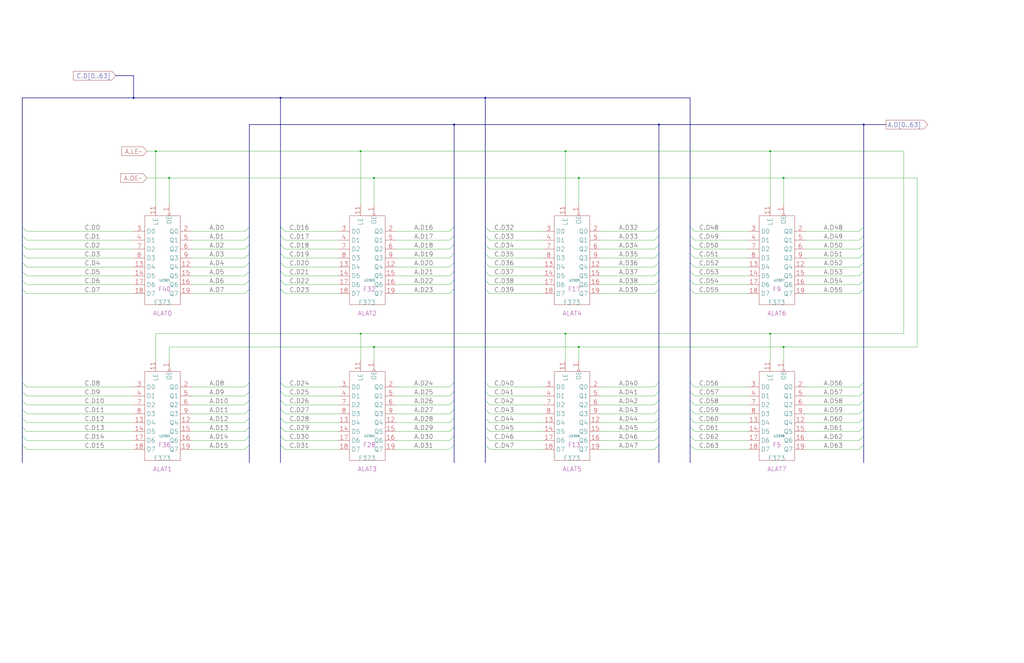
<source format=kicad_sch>
(kicad_sch (version 20250114) (generator "eeschema") (generator_version "9.0")
  (paper "User" 584.2 378.46)
  (title_block (title "A LATCH") (date "15-MAR-90") (rev "1.0") (comment 1 "TYPE") (comment 2 "232-003062") (comment 3 "S400") (comment 4 "RELEASED"))
  (lib_symbols
    (symbol "r1000:F373" (pin_names (offset 1.016))
      (property "Reference" "U" (at 2.54 5.08 0))
      (property "Value" "F373" (at -3.81 -7.62 0))
      (property "Location" "___" (at -1.27 0 0))
      (property "Name" "______" (at 1.27 -15.24 0))
      (symbol "F373_1_1"
        (rectangle (start -8.89 41.91) (end 11.43 -8.89))
        (circle (center 5.08 42.545) (radius 0.635))
        (pin input line (at -15.24 33.02 0) (length 6.35) (name "D0") (number "3"))
        (pin input line (at -15.24 27.94 0) (length 6.35) (name "D1") (number "4"))
        (pin input line (at -15.24 22.86 0) (length 6.35) (name "D2") (number "7"))
        (pin input line (at -15.24 17.78 0) (length 6.35) (name "D3") (number "8"))
        (pin input line (at -15.24 12.7 0) (length 6.35) (name "D4") (number "13"))
        (pin input line (at -15.24 7.62 0) (length 6.35) (name "D5") (number "14"))
        (pin input line (at -15.24 2.54 0) (length 6.35) (name "D6") (number "17"))
        (pin input line (at -15.24 -2.54 0) (length 6.35) (name "D7") (number "18"))
        (pin input line (at -2.54 48.26 270) (length 6.35) (name "LE") (number "11"))
        (pin input line (at 5.08 48.26 270) (length 5.08) (name "OE") (number "1"))
        (pin tri_state line (at 17.78 33.02 180) (length 6.35) (name "Q0") (number "2"))
        (pin tri_state line (at 17.78 27.94 180) (length 6.35) (name "Q1") (number "5"))
        (pin tri_state line (at 17.78 22.86 180) (length 6.35) (name "Q2") (number "6"))
        (pin tri_state line (at 17.78 17.78 180) (length 6.35) (name "Q3") (number "9"))
        (pin tri_state line (at 17.78 12.7 180) (length 6.35) (name "Q4") (number "12"))
        (pin tri_state line (at 17.78 7.62 180) (length 6.35) (name "Q5") (number "15"))
        (pin tri_state line (at 17.78 2.54 180) (length 6.35) (name "Q6") (number "16"))
        (pin tri_state line (at 17.78 -2.54 180) (length 6.35) (name "Q7") (number "19"))
      )
    )
  )
  (junction (at 213.36 198.12))
  (junction (at 439.42 86.36))
  (junction (at 205.74 190.5))
  (junction (at 76.2 55.88))
  (junction (at 375.92 71.12))
  (junction (at 276.86 55.88))
  (junction (at 447.04 101.6))
  (junction (at 447.04 198.12))
  (junction (at 330.2 101.6))
  (junction (at 88.9 86.36))
  (junction (at 322.58 86.36))
  (junction (at 96.52 101.6))
  (junction (at 259.08 71.12))
  (junction (at 160.02 55.88))
  (junction (at 205.74 86.36))
  (junction (at 330.2 198.12))
  (junction (at 439.42 190.5))
  (junction (at 492.76 71.12))
  (junction (at 213.36 101.6))
  (junction (at 322.58 190.5))
  (bus_entry (at 160.02 238.76) (size 2.54 2.54))
  (bus_entry (at 393.7 134.62) (size 2.54 2.54))
  (bus_entry (at 160.02 139.7) (size 2.54 2.54))
  (bus_entry (at 492.76 129.54) (size -2.54 2.54))
  (bus_entry (at 393.7 223.52) (size 2.54 2.54))
  (bus_entry (at 393.7 238.76) (size 2.54 2.54))
  (bus_entry (at 160.02 223.52) (size 2.54 2.54))
  (bus_entry (at 12.7 248.92) (size 2.54 2.54))
  (bus_entry (at 142.24 154.94) (size -2.54 2.54))
  (bus_entry (at 492.76 149.86) (size -2.54 2.54))
  (bus_entry (at 375.92 254) (size -2.54 2.54))
  (bus_entry (at 142.24 139.7) (size -2.54 2.54))
  (bus_entry (at 393.7 144.78) (size 2.54 2.54))
  (bus_entry (at 142.24 160.02) (size -2.54 2.54))
  (bus_entry (at 12.7 144.78) (size 2.54 2.54))
  (bus_entry (at 259.08 129.54) (size -2.54 2.54))
  (bus_entry (at 259.08 160.02) (size -2.54 2.54))
  (bus_entry (at 393.7 218.44) (size 2.54 2.54))
  (bus_entry (at 259.08 243.84) (size -2.54 2.54))
  (bus_entry (at 492.76 218.44) (size -2.54 2.54))
  (bus_entry (at 142.24 149.86) (size -2.54 2.54))
  (bus_entry (at 492.76 238.76) (size -2.54 2.54))
  (bus_entry (at 259.08 248.92) (size -2.54 2.54))
  (bus_entry (at 276.86 144.78) (size 2.54 2.54))
  (bus_entry (at 12.7 129.54) (size 2.54 2.54))
  (bus_entry (at 160.02 129.54) (size 2.54 2.54))
  (bus_entry (at 259.08 238.76) (size -2.54 2.54))
  (bus_entry (at 142.24 243.84) (size -2.54 2.54))
  (bus_entry (at 276.86 129.54) (size 2.54 2.54))
  (bus_entry (at 375.92 218.44) (size -2.54 2.54))
  (bus_entry (at 276.86 165.1) (size 2.54 2.54))
  (bus_entry (at 276.86 228.6) (size 2.54 2.54))
  (bus_entry (at 259.08 134.62) (size -2.54 2.54))
  (bus_entry (at 142.24 233.68) (size -2.54 2.54))
  (bus_entry (at 492.76 248.92) (size -2.54 2.54))
  (bus_entry (at 259.08 228.6) (size -2.54 2.54))
  (bus_entry (at 142.24 238.76) (size -2.54 2.54))
  (bus_entry (at 276.86 154.94) (size 2.54 2.54))
  (bus_entry (at 12.7 223.52) (size 2.54 2.54))
  (bus_entry (at 276.86 134.62) (size 2.54 2.54))
  (bus_entry (at 276.86 254) (size 2.54 2.54))
  (bus_entry (at 276.86 233.68) (size 2.54 2.54))
  (bus_entry (at 492.76 134.62) (size -2.54 2.54))
  (bus_entry (at 12.7 218.44) (size 2.54 2.54))
  (bus_entry (at 375.92 238.76) (size -2.54 2.54))
  (bus_entry (at 12.7 243.84) (size 2.54 2.54))
  (bus_entry (at 375.92 149.86) (size -2.54 2.54))
  (bus_entry (at 142.24 254) (size -2.54 2.54))
  (bus_entry (at 492.76 165.1) (size -2.54 2.54))
  (bus_entry (at 393.7 233.68) (size 2.54 2.54))
  (bus_entry (at 12.7 134.62) (size 2.54 2.54))
  (bus_entry (at 393.7 160.02) (size 2.54 2.54))
  (bus_entry (at 375.92 134.62) (size -2.54 2.54))
  (bus_entry (at 12.7 149.86) (size 2.54 2.54))
  (bus_entry (at 492.76 243.84) (size -2.54 2.54))
  (bus_entry (at 160.02 218.44) (size 2.54 2.54))
  (bus_entry (at 276.86 248.92) (size 2.54 2.54))
  (bus_entry (at 375.92 160.02) (size -2.54 2.54))
  (bus_entry (at 492.76 228.6) (size -2.54 2.54))
  (bus_entry (at 393.7 228.6) (size 2.54 2.54))
  (bus_entry (at 492.76 144.78) (size -2.54 2.54))
  (bus_entry (at 375.92 228.6) (size -2.54 2.54))
  (bus_entry (at 375.92 144.78) (size -2.54 2.54))
  (bus_entry (at 12.7 160.02) (size 2.54 2.54))
  (bus_entry (at 492.76 254) (size -2.54 2.54))
  (bus_entry (at 276.86 139.7) (size 2.54 2.54))
  (bus_entry (at 393.7 154.94) (size 2.54 2.54))
  (bus_entry (at 276.86 223.52) (size 2.54 2.54))
  (bus_entry (at 276.86 218.44) (size 2.54 2.54))
  (bus_entry (at 12.7 254) (size 2.54 2.54))
  (bus_entry (at 375.92 243.84) (size -2.54 2.54))
  (bus_entry (at 160.02 134.62) (size 2.54 2.54))
  (bus_entry (at 393.7 243.84) (size 2.54 2.54))
  (bus_entry (at 492.76 139.7) (size -2.54 2.54))
  (bus_entry (at 492.76 233.68) (size -2.54 2.54))
  (bus_entry (at 142.24 228.6) (size -2.54 2.54))
  (bus_entry (at 259.08 165.1) (size -2.54 2.54))
  (bus_entry (at 142.24 248.92) (size -2.54 2.54))
  (bus_entry (at 276.86 238.76) (size 2.54 2.54))
  (bus_entry (at 160.02 254) (size 2.54 2.54))
  (bus_entry (at 12.7 228.6) (size 2.54 2.54))
  (bus_entry (at 393.7 248.92) (size 2.54 2.54))
  (bus_entry (at 12.7 233.68) (size 2.54 2.54))
  (bus_entry (at 259.08 139.7) (size -2.54 2.54))
  (bus_entry (at 259.08 154.94) (size -2.54 2.54))
  (bus_entry (at 492.76 154.94) (size -2.54 2.54))
  (bus_entry (at 259.08 254) (size -2.54 2.54))
  (bus_entry (at 393.7 165.1) (size 2.54 2.54))
  (bus_entry (at 259.08 233.68) (size -2.54 2.54))
  (bus_entry (at 276.86 160.02) (size 2.54 2.54))
  (bus_entry (at 12.7 154.94) (size 2.54 2.54))
  (bus_entry (at 142.24 144.78) (size -2.54 2.54))
  (bus_entry (at 375.92 139.7) (size -2.54 2.54))
  (bus_entry (at 160.02 154.94) (size 2.54 2.54))
  (bus_entry (at 12.7 139.7) (size 2.54 2.54))
  (bus_entry (at 375.92 129.54) (size -2.54 2.54))
  (bus_entry (at 12.7 165.1) (size 2.54 2.54))
  (bus_entry (at 393.7 149.86) (size 2.54 2.54))
  (bus_entry (at 160.02 165.1) (size 2.54 2.54))
  (bus_entry (at 375.92 165.1) (size -2.54 2.54))
  (bus_entry (at 375.92 223.52) (size -2.54 2.54))
  (bus_entry (at 142.24 165.1) (size -2.54 2.54))
  (bus_entry (at 393.7 254) (size 2.54 2.54))
  (bus_entry (at 393.7 129.54) (size 2.54 2.54))
  (bus_entry (at 160.02 149.86) (size 2.54 2.54))
  (bus_entry (at 160.02 160.02) (size 2.54 2.54))
  (bus_entry (at 142.24 223.52) (size -2.54 2.54))
  (bus_entry (at 375.92 248.92) (size -2.54 2.54))
  (bus_entry (at 259.08 223.52) (size -2.54 2.54))
  (bus_entry (at 393.7 139.7) (size 2.54 2.54))
  (bus_entry (at 259.08 218.44) (size -2.54 2.54))
  (bus_entry (at 492.76 160.02) (size -2.54 2.54))
  (bus_entry (at 276.86 243.84) (size 2.54 2.54))
  (bus_entry (at 276.86 149.86) (size 2.54 2.54))
  (bus_entry (at 160.02 248.92) (size 2.54 2.54))
  (bus_entry (at 142.24 218.44) (size -2.54 2.54))
  (bus_entry (at 12.7 238.76) (size 2.54 2.54))
  (bus_entry (at 492.76 223.52) (size -2.54 2.54))
  (bus_entry (at 259.08 149.86) (size -2.54 2.54))
  (bus_entry (at 142.24 134.62) (size -2.54 2.54))
  (bus_entry (at 142.24 129.54) (size -2.54 2.54))
  (bus_entry (at 160.02 144.78) (size 2.54 2.54))
  (bus_entry (at 375.92 233.68) (size -2.54 2.54))
  (bus_entry (at 160.02 228.6) (size 2.54 2.54))
  (bus_entry (at 160.02 233.68) (size 2.54 2.54))
  (bus_entry (at 259.08 144.78) (size -2.54 2.54))
  (bus_entry (at 375.92 154.94) (size -2.54 2.54))
  (bus_entry (at 160.02 243.84) (size 2.54 2.54))
  (wire (pts (xy 213.36 198.12) (xy 213.36 205.74)))
  (wire (pts (xy 396.24 137.16) (xy 426.72 137.16)))
  (bus (pts (xy 12.7 139.7) (xy 12.7 144.78)))
  (bus (pts (xy 276.86 233.68) (xy 276.86 238.76)))
  (wire (pts (xy 226.06 162.56) (xy 256.54 162.56)))
  (wire (pts (xy 279.4 147.32) (xy 309.88 147.32)))
  (bus (pts (xy 142.24 139.7) (xy 142.24 144.78)))
  (bus (pts (xy 160.02 165.1) (xy 160.02 218.44)))
  (bus (pts (xy 492.76 165.1) (xy 492.76 218.44)))
  (bus (pts (xy 393.7 238.76) (xy 393.7 243.84)))
  (wire (pts (xy 162.56 220.98) (xy 193.04 220.98)))
  (wire (pts (xy 396.24 142.24) (xy 426.72 142.24)))
  (wire (pts (xy 96.52 198.12) (xy 96.52 205.74)))
  (bus (pts (xy 142.24 144.78) (xy 142.24 149.86)))
  (wire (pts (xy 279.4 256.54) (xy 309.88 256.54)))
  (wire (pts (xy 459.74 220.98) (xy 490.22 220.98)))
  (wire (pts (xy 515.62 86.36) (xy 515.62 190.5)))
  (wire (pts (xy 330.2 198.12) (xy 330.2 205.74)))
  (wire (pts (xy 96.52 101.6) (xy 96.52 116.84)))
  (bus (pts (xy 142.24 228.6) (xy 142.24 233.68)))
  (wire (pts (xy 109.22 147.32) (xy 139.7 147.32)))
  (wire (pts (xy 322.58 190.5) (xy 205.74 190.5)))
  (bus (pts (xy 492.76 254) (xy 492.76 264.16)))
  (wire (pts (xy 109.22 152.4) (xy 139.7 152.4)))
  (wire (pts (xy 396.24 157.48) (xy 426.72 157.48)))
  (bus (pts (xy 12.7 55.88) (xy 12.7 129.54)))
  (wire (pts (xy 523.24 198.12) (xy 447.04 198.12)))
  (wire (pts (xy 15.24 226.06) (xy 76.2 226.06)))
  (bus (pts (xy 259.08 248.92) (xy 259.08 254)))
  (wire (pts (xy 279.4 132.08) (xy 309.88 132.08)))
  (bus (pts (xy 160.02 55.88) (xy 276.86 55.88)))
  (wire (pts (xy 279.4 236.22) (xy 309.88 236.22)))
  (bus (pts (xy 259.08 129.54) (xy 259.08 134.62)))
  (bus (pts (xy 12.7 238.76) (xy 12.7 243.84)))
  (bus (pts (xy 393.7 254) (xy 393.7 264.16)))
  (wire (pts (xy 396.24 147.32) (xy 426.72 147.32)))
  (wire (pts (xy 396.24 152.4) (xy 426.72 152.4)))
  (wire (pts (xy 459.74 231.14) (xy 490.22 231.14)))
  (wire (pts (xy 162.56 241.3) (xy 193.04 241.3)))
  (wire (pts (xy 15.24 162.56) (xy 76.2 162.56)))
  (wire (pts (xy 459.74 152.4) (xy 490.22 152.4)))
  (bus (pts (xy 259.08 160.02) (xy 259.08 165.1)))
  (bus (pts (xy 375.92 139.7) (xy 375.92 144.78)))
  (bus (pts (xy 259.08 71.12) (xy 375.92 71.12)))
  (bus (pts (xy 375.92 233.68) (xy 375.92 238.76)))
  (wire (pts (xy 322.58 86.36) (xy 439.42 86.36)))
  (wire (pts (xy 439.42 86.36) (xy 439.42 116.84)))
  (bus (pts (xy 12.7 254) (xy 12.7 264.16)))
  (wire (pts (xy 109.22 256.54) (xy 139.7 256.54)))
  (wire (pts (xy 162.56 236.22) (xy 193.04 236.22)))
  (bus (pts (xy 393.7 134.62) (xy 393.7 139.7)))
  (bus (pts (xy 393.7 154.94) (xy 393.7 160.02)))
  (wire (pts (xy 459.74 132.08) (xy 490.22 132.08)))
  (wire (pts (xy 279.4 241.3) (xy 309.88 241.3)))
  (wire (pts (xy 342.9 142.24) (xy 373.38 142.24)))
  (wire (pts (xy 396.24 256.54) (xy 426.72 256.54)))
  (bus (pts (xy 492.76 129.54) (xy 492.76 134.62)))
  (wire (pts (xy 162.56 226.06) (xy 193.04 226.06)))
  (wire (pts (xy 15.24 137.16) (xy 76.2 137.16)))
  (wire (pts (xy 205.74 190.5) (xy 88.9 190.5)))
  (bus (pts (xy 276.86 254) (xy 276.86 264.16)))
  (bus (pts (xy 142.24 129.54) (xy 142.24 134.62)))
  (bus (pts (xy 375.92 243.84) (xy 375.92 248.92)))
  (bus (pts (xy 160.02 160.02) (xy 160.02 165.1)))
  (wire (pts (xy 279.4 220.98) (xy 309.88 220.98)))
  (wire (pts (xy 15.24 152.4) (xy 76.2 152.4)))
  (wire (pts (xy 342.9 167.64) (xy 373.38 167.64)))
  (wire (pts (xy 226.06 147.32) (xy 256.54 147.32)))
  (bus (pts (xy 492.76 248.92) (xy 492.76 254)))
  (wire (pts (xy 342.9 251.46) (xy 373.38 251.46)))
  (bus (pts (xy 276.86 129.54) (xy 276.86 134.62)))
  (wire (pts (xy 162.56 152.4) (xy 193.04 152.4)))
  (bus (pts (xy 375.92 254) (xy 375.92 264.16)))
  (wire (pts (xy 162.56 142.24) (xy 193.04 142.24)))
  (wire (pts (xy 459.74 256.54) (xy 490.22 256.54)))
  (wire (pts (xy 88.9 190.5) (xy 88.9 205.74)))
  (wire (pts (xy 205.74 86.36) (xy 322.58 86.36)))
  (bus (pts (xy 375.92 238.76) (xy 375.92 243.84)))
  (bus (pts (xy 276.86 139.7) (xy 276.86 144.78)))
  (bus (pts (xy 276.86 238.76) (xy 276.86 243.84)))
  (bus (pts (xy 160.02 254) (xy 160.02 264.16)))
  (wire (pts (xy 15.24 157.48) (xy 76.2 157.48)))
  (bus (pts (xy 76.2 43.18) (xy 76.2 55.88)))
  (wire (pts (xy 515.62 190.5) (xy 439.42 190.5)))
  (wire (pts (xy 109.22 220.98) (xy 139.7 220.98)))
  (wire (pts (xy 226.06 137.16) (xy 256.54 137.16)))
  (wire (pts (xy 447.04 198.12) (xy 447.04 205.74)))
  (wire (pts (xy 226.06 167.64) (xy 256.54 167.64)))
  (bus (pts (xy 142.24 218.44) (xy 142.24 223.52)))
  (bus (pts (xy 259.08 165.1) (xy 259.08 218.44)))
  (wire (pts (xy 15.24 167.64) (xy 76.2 167.64)))
  (wire (pts (xy 330.2 101.6) (xy 447.04 101.6)))
  (bus (pts (xy 492.76 218.44) (xy 492.76 223.52)))
  (wire (pts (xy 279.4 167.64) (xy 309.88 167.64)))
  (bus (pts (xy 375.92 223.52) (xy 375.92 228.6)))
  (bus (pts (xy 393.7 233.68) (xy 393.7 238.76)))
  (wire (pts (xy 396.24 246.38) (xy 426.72 246.38)))
  (bus (pts (xy 276.86 144.78) (xy 276.86 149.86)))
  (bus (pts (xy 160.02 144.78) (xy 160.02 149.86)))
  (wire (pts (xy 279.4 162.56) (xy 309.88 162.56)))
  (wire (pts (xy 162.56 147.32) (xy 193.04 147.32)))
  (bus (pts (xy 12.7 160.02) (xy 12.7 165.1)))
  (wire (pts (xy 342.9 220.98) (xy 373.38 220.98)))
  (wire (pts (xy 226.06 220.98) (xy 256.54 220.98)))
  (bus (pts (xy 259.08 238.76) (xy 259.08 243.84)))
  (wire (pts (xy 330.2 198.12) (xy 213.36 198.12)))
  (bus (pts (xy 375.92 71.12) (xy 375.92 129.54)))
  (wire (pts (xy 226.06 256.54) (xy 256.54 256.54)))
  (bus (pts (xy 12.7 228.6) (xy 12.7 233.68)))
  (bus (pts (xy 393.7 223.52) (xy 393.7 228.6)))
  (wire (pts (xy 396.24 167.64) (xy 426.72 167.64)))
  (bus (pts (xy 12.7 134.62) (xy 12.7 139.7)))
  (bus (pts (xy 276.86 149.86) (xy 276.86 154.94)))
  (wire (pts (xy 15.24 251.46) (xy 76.2 251.46)))
  (bus (pts (xy 492.76 223.52) (xy 492.76 228.6)))
  (wire (pts (xy 322.58 190.5) (xy 322.58 205.74)))
  (bus (pts (xy 393.7 139.7) (xy 393.7 144.78)))
  (wire (pts (xy 96.52 101.6) (xy 213.36 101.6)))
  (bus (pts (xy 393.7 149.86) (xy 393.7 154.94)))
  (bus (pts (xy 142.24 243.84) (xy 142.24 248.92)))
  (bus (pts (xy 393.7 55.88) (xy 393.7 129.54)))
  (bus (pts (xy 276.86 165.1) (xy 276.86 218.44)))
  (wire (pts (xy 162.56 231.14) (xy 193.04 231.14)))
  (wire (pts (xy 109.22 236.22) (xy 139.7 236.22)))
  (wire (pts (xy 226.06 226.06) (xy 256.54 226.06)))
  (bus (pts (xy 276.86 243.84) (xy 276.86 248.92)))
  (bus (pts (xy 12.7 165.1) (xy 12.7 218.44)))
  (bus (pts (xy 12.7 149.86) (xy 12.7 154.94)))
  (wire (pts (xy 109.22 251.46) (xy 139.7 251.46)))
  (wire (pts (xy 226.06 132.08) (xy 256.54 132.08)))
  (bus (pts (xy 142.24 254) (xy 142.24 264.16)))
  (wire (pts (xy 342.9 152.4) (xy 373.38 152.4)))
  (wire (pts (xy 15.24 142.24) (xy 76.2 142.24)))
  (wire (pts (xy 523.24 101.6) (xy 523.24 198.12)))
  (bus (pts (xy 142.24 248.92) (xy 142.24 254)))
  (bus (pts (xy 375.92 134.62) (xy 375.92 139.7)))
  (wire (pts (xy 439.42 190.5) (xy 322.58 190.5)))
  (wire (pts (xy 83.82 101.6) (xy 96.52 101.6)))
  (wire (pts (xy 205.74 190.5) (xy 205.74 205.74)))
  (wire (pts (xy 279.4 152.4) (xy 309.88 152.4)))
  (wire (pts (xy 109.22 142.24) (xy 139.7 142.24)))
  (wire (pts (xy 459.74 226.06) (xy 490.22 226.06)))
  (wire (pts (xy 109.22 167.64) (xy 139.7 167.64)))
  (wire (pts (xy 162.56 251.46) (xy 193.04 251.46)))
  (wire (pts (xy 279.4 251.46) (xy 309.88 251.46)))
  (bus (pts (xy 393.7 165.1) (xy 393.7 218.44)))
  (bus (pts (xy 375.92 248.92) (xy 375.92 254)))
  (bus (pts (xy 160.02 55.88) (xy 160.02 129.54)))
  (wire (pts (xy 162.56 167.64) (xy 193.04 167.64)))
  (bus (pts (xy 492.76 243.84) (xy 492.76 248.92)))
  (bus (pts (xy 393.7 160.02) (xy 393.7 165.1)))
  (bus (pts (xy 375.92 129.54) (xy 375.92 134.62)))
  (wire (pts (xy 109.22 137.16) (xy 139.7 137.16)))
  (bus (pts (xy 276.86 55.88) (xy 393.7 55.88)))
  (wire (pts (xy 15.24 236.22) (xy 76.2 236.22)))
  (bus (pts (xy 276.86 55.88) (xy 276.86 129.54)))
  (bus (pts (xy 492.76 71.12) (xy 505.46 71.12)))
  (wire (pts (xy 459.74 167.64) (xy 490.22 167.64)))
  (bus (pts (xy 160.02 238.76) (xy 160.02 243.84)))
  (bus (pts (xy 160.02 139.7) (xy 160.02 144.78)))
  (bus (pts (xy 259.08 223.52) (xy 259.08 228.6)))
  (wire (pts (xy 279.4 137.16) (xy 309.88 137.16)))
  (bus (pts (xy 12.7 233.68) (xy 12.7 238.76)))
  (bus (pts (xy 492.76 144.78) (xy 492.76 149.86)))
  (wire (pts (xy 15.24 256.54) (xy 76.2 256.54)))
  (bus (pts (xy 160.02 228.6) (xy 160.02 233.68)))
  (wire (pts (xy 342.9 246.38) (xy 373.38 246.38)))
  (bus (pts (xy 160.02 243.84) (xy 160.02 248.92)))
  (wire (pts (xy 396.24 231.14) (xy 426.72 231.14)))
  (bus (pts (xy 393.7 228.6) (xy 393.7 233.68)))
  (wire (pts (xy 342.9 162.56) (xy 373.38 162.56)))
  (wire (pts (xy 15.24 147.32) (xy 76.2 147.32)))
  (wire (pts (xy 459.74 162.56) (xy 490.22 162.56)))
  (bus (pts (xy 276.86 223.52) (xy 276.86 228.6)))
  (wire (pts (xy 226.06 251.46) (xy 256.54 251.46)))
  (bus (pts (xy 160.02 154.94) (xy 160.02 160.02)))
  (bus (pts (xy 492.76 154.94) (xy 492.76 160.02)))
  (bus (pts (xy 76.2 55.88) (xy 160.02 55.88)))
  (wire (pts (xy 88.9 86.36) (xy 205.74 86.36)))
  (wire (pts (xy 459.74 147.32) (xy 490.22 147.32)))
  (wire (pts (xy 279.4 142.24) (xy 309.88 142.24)))
  (wire (pts (xy 162.56 157.48) (xy 193.04 157.48)))
  (bus (pts (xy 160.02 233.68) (xy 160.02 238.76)))
  (wire (pts (xy 83.82 86.36) (xy 88.9 86.36)))
  (bus (pts (xy 276.86 248.92) (xy 276.86 254)))
  (bus (pts (xy 492.76 228.6) (xy 492.76 233.68)))
  (bus (pts (xy 276.86 228.6) (xy 276.86 233.68)))
  (wire (pts (xy 162.56 246.38) (xy 193.04 246.38)))
  (bus (pts (xy 259.08 139.7) (xy 259.08 144.78)))
  (wire (pts (xy 459.74 236.22) (xy 490.22 236.22)))
  (wire (pts (xy 109.22 241.3) (xy 139.7 241.3)))
  (wire (pts (xy 459.74 142.24) (xy 490.22 142.24)))
  (wire (pts (xy 226.06 246.38) (xy 256.54 246.38)))
  (wire (pts (xy 459.74 137.16) (xy 490.22 137.16)))
  (wire (pts (xy 279.4 157.48) (xy 309.88 157.48)))
  (wire (pts (xy 342.9 137.16) (xy 373.38 137.16)))
  (wire (pts (xy 396.24 236.22) (xy 426.72 236.22)))
  (bus (pts (xy 142.24 160.02) (xy 142.24 165.1)))
  (wire (pts (xy 162.56 256.54) (xy 193.04 256.54)))
  (bus (pts (xy 259.08 228.6) (xy 259.08 233.68)))
  (bus (pts (xy 142.24 233.68) (xy 142.24 238.76)))
  (bus (pts (xy 259.08 149.86) (xy 259.08 154.94)))
  (bus (pts (xy 12.7 223.52) (xy 12.7 228.6)))
  (wire (pts (xy 226.06 142.24) (xy 256.54 142.24)))
  (bus (pts (xy 12.7 55.88) (xy 76.2 55.88)))
  (bus (pts (xy 492.76 71.12) (xy 492.76 129.54)))
  (bus (pts (xy 393.7 243.84) (xy 393.7 248.92)))
  (bus (pts (xy 375.92 154.94) (xy 375.92 160.02)))
  (bus (pts (xy 259.08 233.68) (xy 259.08 238.76)))
  (bus (pts (xy 375.92 71.12) (xy 492.76 71.12)))
  (bus (pts (xy 12.7 218.44) (xy 12.7 223.52)))
  (wire (pts (xy 342.9 226.06) (xy 373.38 226.06)))
  (wire (pts (xy 330.2 101.6) (xy 330.2 116.84)))
  (wire (pts (xy 109.22 231.14) (xy 139.7 231.14)))
  (bus (pts (xy 259.08 144.78) (xy 259.08 149.86)))
  (bus (pts (xy 393.7 218.44) (xy 393.7 223.52)))
  (bus (pts (xy 259.08 254) (xy 259.08 264.16)))
  (bus (pts (xy 276.86 218.44) (xy 276.86 223.52)))
  (wire (pts (xy 322.58 86.36) (xy 322.58 116.84)))
  (bus (pts (xy 142.24 71.12) (xy 142.24 129.54)))
  (wire (pts (xy 109.22 246.38) (xy 139.7 246.38)))
  (wire (pts (xy 439.42 190.5) (xy 439.42 205.74)))
  (wire (pts (xy 396.24 220.98) (xy 426.72 220.98)))
  (bus (pts (xy 142.24 238.76) (xy 142.24 243.84)))
  (bus (pts (xy 160.02 134.62) (xy 160.02 139.7)))
  (bus (pts (xy 259.08 134.62) (xy 259.08 139.7)))
  (wire (pts (xy 15.24 220.98) (xy 76.2 220.98)))
  (wire (pts (xy 459.74 251.46) (xy 490.22 251.46)))
  (bus (pts (xy 160.02 218.44) (xy 160.02 223.52)))
  (bus (pts (xy 259.08 218.44) (xy 259.08 223.52)))
  (wire (pts (xy 342.9 147.32) (xy 373.38 147.32)))
  (wire (pts (xy 226.06 157.48) (xy 256.54 157.48)))
  (bus (pts (xy 259.08 71.12) (xy 259.08 129.54)))
  (wire (pts (xy 342.9 236.22) (xy 373.38 236.22)))
  (bus (pts (xy 12.7 243.84) (xy 12.7 248.92)))
  (bus (pts (xy 259.08 154.94) (xy 259.08 160.02)))
  (wire (pts (xy 205.74 86.36) (xy 205.74 116.84)))
  (bus (pts (xy 12.7 129.54) (xy 12.7 134.62)))
  (wire (pts (xy 162.56 137.16) (xy 193.04 137.16)))
  (bus (pts (xy 276.86 134.62) (xy 276.86 139.7)))
  (wire (pts (xy 459.74 241.3) (xy 490.22 241.3)))
  (wire (pts (xy 396.24 132.08) (xy 426.72 132.08)))
  (bus (pts (xy 276.86 160.02) (xy 276.86 165.1)))
  (wire (pts (xy 109.22 157.48) (xy 139.7 157.48)))
  (bus (pts (xy 393.7 129.54) (xy 393.7 134.62)))
  (bus (pts (xy 375.92 160.02) (xy 375.92 165.1)))
  (bus (pts (xy 393.7 248.92) (xy 393.7 254)))
  (bus (pts (xy 160.02 248.92) (xy 160.02 254)))
  (wire (pts (xy 447.04 101.6) (xy 447.04 116.84)))
  (wire (pts (xy 447.04 101.6) (xy 523.24 101.6)))
  (wire (pts (xy 15.24 231.14) (xy 76.2 231.14)))
  (wire (pts (xy 109.22 162.56) (xy 139.7 162.56)))
  (wire (pts (xy 226.06 152.4) (xy 256.54 152.4)))
  (wire (pts (xy 342.9 157.48) (xy 373.38 157.48)))
  (wire (pts (xy 213.36 101.6) (xy 213.36 116.84)))
  (wire (pts (xy 342.9 231.14) (xy 373.38 231.14)))
  (bus (pts (xy 142.24 134.62) (xy 142.24 139.7)))
  (bus (pts (xy 12.7 144.78) (xy 12.7 149.86)))
  (bus (pts (xy 12.7 248.92) (xy 12.7 254)))
  (wire (pts (xy 226.06 241.3) (xy 256.54 241.3)))
  (bus (pts (xy 492.76 233.68) (xy 492.76 238.76)))
  (bus (pts (xy 259.08 243.84) (xy 259.08 248.92)))
  (wire (pts (xy 459.74 246.38) (xy 490.22 246.38)))
  (wire (pts (xy 279.4 226.06) (xy 309.88 226.06)))
  (bus (pts (xy 492.76 134.62) (xy 492.76 139.7)))
  (wire (pts (xy 15.24 246.38) (xy 76.2 246.38)))
  (bus (pts (xy 142.24 165.1) (xy 142.24 218.44)))
  (wire (pts (xy 109.22 226.06) (xy 139.7 226.06)))
  (wire (pts (xy 226.06 236.22) (xy 256.54 236.22)))
  (wire (pts (xy 396.24 162.56) (xy 426.72 162.56)))
  (wire (pts (xy 15.24 132.08) (xy 76.2 132.08)))
  (wire (pts (xy 439.42 86.36) (xy 515.62 86.36)))
  (bus (pts (xy 160.02 223.52) (xy 160.02 228.6)))
  (wire (pts (xy 459.74 157.48) (xy 490.22 157.48)))
  (wire (pts (xy 15.24 241.3) (xy 76.2 241.3)))
  (bus (pts (xy 12.7 154.94) (xy 12.7 160.02)))
  (wire (pts (xy 162.56 162.56) (xy 193.04 162.56)))
  (wire (pts (xy 447.04 198.12) (xy 330.2 198.12)))
  (bus (pts (xy 492.76 238.76) (xy 492.76 243.84)))
  (bus (pts (xy 276.86 154.94) (xy 276.86 160.02)))
  (bus (pts (xy 66.04 43.18) (xy 76.2 43.18)))
  (bus (pts (xy 375.92 144.78) (xy 375.92 149.86)))
  (bus (pts (xy 393.7 144.78) (xy 393.7 149.86)))
  (bus (pts (xy 375.92 228.6) (xy 375.92 233.68)))
  (bus (pts (xy 160.02 129.54) (xy 160.02 134.62)))
  (bus (pts (xy 160.02 149.86) (xy 160.02 154.94)))
  (wire (pts (xy 342.9 241.3) (xy 373.38 241.3)))
  (wire (pts (xy 109.22 132.08) (xy 139.7 132.08)))
  (wire (pts (xy 279.4 231.14) (xy 309.88 231.14)))
  (bus (pts (xy 375.92 165.1) (xy 375.92 218.44)))
  (wire (pts (xy 342.9 132.08) (xy 373.38 132.08)))
  (bus (pts (xy 492.76 160.02) (xy 492.76 165.1)))
  (wire (pts (xy 396.24 226.06) (xy 426.72 226.06)))
  (wire (pts (xy 162.56 132.08) (xy 193.04 132.08)))
  (wire (pts (xy 88.9 86.36) (xy 88.9 116.84)))
  (bus (pts (xy 492.76 139.7) (xy 492.76 144.78)))
  (wire (pts (xy 213.36 198.12) (xy 96.52 198.12)))
  (bus (pts (xy 492.76 149.86) (xy 492.76 154.94)))
  (bus (pts (xy 142.24 223.52) (xy 142.24 228.6)))
  (bus (pts (xy 142.24 154.94) (xy 142.24 160.02)))
  (wire (pts (xy 342.9 256.54) (xy 373.38 256.54)))
  (wire (pts (xy 279.4 246.38) (xy 309.88 246.38)))
  (bus (pts (xy 142.24 71.12) (xy 259.08 71.12)))
  (wire (pts (xy 396.24 251.46) (xy 426.72 251.46)))
  (bus (pts (xy 375.92 218.44) (xy 375.92 223.52)))
  (wire (pts (xy 213.36 101.6) (xy 330.2 101.6)))
  (wire (pts (xy 396.24 241.3) (xy 426.72 241.3)))
  (bus (pts (xy 142.24 149.86) (xy 142.24 154.94)))
  (wire (pts (xy 226.06 231.14) (xy 256.54 231.14)))
  (bus (pts (xy 375.92 149.86) (xy 375.92 154.94)))
  (label "A.D63" (at 469.9 256.54 0) (effects (font (size 2.54 2.54))))
  (label "C.D63" (at 398.78 256.54 0) (effects (font (size 2.54 2.54))))
  (label "C.D13" (at 48.26 246.38 0) (effects (font (size 2.54 2.54))))
  (label "C.D0" (at 48.26 132.08 0) (effects (font (size 2.54 2.54))))
  (label "C.D61" (at 398.78 246.38 0) (effects (font (size 2.54 2.54))))
  (label "A.D35" (at 353.06 147.32 0) (effects (font (size 2.54 2.54))))
  (label "C.D38" (at 281.94 162.56 0) (effects (font (size 2.54 2.54))))
  (label "A.D29" (at 236.22 246.38 0) (effects (font (size 2.54 2.54))))
  (label "A.D53" (at 469.9 157.48 0) (effects (font (size 2.54 2.54))))
  (label "C.D55" (at 398.78 167.64 0) (effects (font (size 2.54 2.54))))
  (label "C.D44" (at 281.94 241.3 0) (effects (font (size 2.54 2.54))))
  (label "A.D15" (at 119.38 256.54 0) (effects (font (size 2.54 2.54))))
  (label "C.D62" (at 398.78 251.46 0) (effects (font (size 2.54 2.54))))
  (label "C.D31" (at 165.1 256.54 0) (effects (font (size 2.54 2.54))))
  (label "A.D46" (at 353.06 251.46 0) (effects (font (size 2.54 2.54))))
  (label "A.D10" (at 119.38 231.14 0) (effects (font (size 2.54 2.54))))
  (label "A.D58" (at 469.9 231.14 0) (effects (font (size 2.54 2.54))))
  (label "A.D49" (at 469.9 137.16 0) (effects (font (size 2.54 2.54))))
  (label "C.D52" (at 398.78 152.4 0) (effects (font (size 2.54 2.54))))
  (label "A.D18" (at 236.22 142.24 0) (effects (font (size 2.54 2.54))))
  (label "C.D26" (at 165.1 231.14 0) (effects (font (size 2.54 2.54))))
  (label "C.D46" (at 281.94 251.46 0) (effects (font (size 2.54 2.54))))
  (label "A.D16" (at 236.22 132.08 0) (effects (font (size 2.54 2.54))))
  (label "A.D27" (at 236.22 236.22 0) (effects (font (size 2.54 2.54))))
  (label "A.D52" (at 469.9 152.4 0) (effects (font (size 2.54 2.54))))
  (label "A.D61" (at 469.9 246.38 0) (effects (font (size 2.54 2.54))))
  (label "C.D25" (at 165.1 226.06 0) (effects (font (size 2.54 2.54))))
  (label "C.D1" (at 48.26 137.16 0) (effects (font (size 2.54 2.54))))
  (label "A.D4" (at 119.38 152.4 0) (effects (font (size 2.54 2.54))))
  (label "A.D20" (at 236.22 152.4 0) (effects (font (size 2.54 2.54))))
  (label "A.D13" (at 119.38 246.38 0) (effects (font (size 2.54 2.54))))
  (label "A.D28" (at 236.22 241.3 0) (effects (font (size 2.54 2.54))))
  (label "C.D9" (at 48.26 226.06 0) (effects (font (size 2.54 2.54))))
  (label "C.D60" (at 398.78 241.3 0) (effects (font (size 2.54 2.54))))
  (label "C.D32" (at 281.94 132.08 0) (effects (font (size 2.54 2.54))))
  (label "C.D37" (at 281.94 157.48 0) (effects (font (size 2.54 2.54))))
  (label "A.D5" (at 119.38 157.48 0) (effects (font (size 2.54 2.54))))
  (label "A.D9" (at 119.38 226.06 0) (effects (font (size 2.54 2.54))))
  (label "C.D10" (at 48.26 231.14 0) (effects (font (size 2.54 2.54))))
  (label "A.D19" (at 236.22 147.32 0) (effects (font (size 2.54 2.54))))
  (label "A.D32" (at 353.06 132.08 0) (effects (font (size 2.54 2.54))))
  (label "A.D1" (at 119.38 137.16 0) (effects (font (size 2.54 2.54))))
  (label "A.D60" (at 469.9 241.3 0) (effects (font (size 2.54 2.54))))
  (label "C.D40" (at 281.94 220.98 0) (effects (font (size 2.54 2.54))))
  (label "C.D33" (at 281.94 137.16 0) (effects (font (size 2.54 2.54))))
  (label "C.D29" (at 165.1 246.38 0) (effects (font (size 2.54 2.54))))
  (label "A.D21" (at 236.22 157.48 0) (effects (font (size 2.54 2.54))))
  (label "A.D24" (at 236.22 220.98 0) (effects (font (size 2.54 2.54))))
  (label "C.D5" (at 48.26 157.48 0) (effects (font (size 2.54 2.54))))
  (label "C.D20" (at 165.1 152.4 0) (effects (font (size 2.54 2.54))))
  (label "C.D4" (at 48.26 152.4 0) (effects (font (size 2.54 2.54))))
  (label "A.D2" (at 119.38 142.24 0) (effects (font (size 2.54 2.54))))
  (label "C.D34" (at 281.94 142.24 0) (effects (font (size 2.54 2.54))))
  (label "A.D37" (at 353.06 157.48 0) (effects (font (size 2.54 2.54))))
  (label "A.D34" (at 353.06 142.24 0) (effects (font (size 2.54 2.54))))
  (label "C.D47" (at 281.94 256.54 0) (effects (font (size 2.54 2.54))))
  (label "C.D2" (at 48.26 142.24 0) (effects (font (size 2.54 2.54))))
  (label "A.D57" (at 469.9 226.06 0) (effects (font (size 2.54 2.54))))
  (label "C.D30" (at 165.1 251.46 0) (effects (font (size 2.54 2.54))))
  (label "C.D28" (at 165.1 241.3 0) (effects (font (size 2.54 2.54))))
  (label "A.D59" (at 469.9 236.22 0) (effects (font (size 2.54 2.54))))
  (label "C.D41" (at 281.94 226.06 0) (effects (font (size 2.54 2.54))))
  (label "A.D33" (at 353.06 137.16 0) (effects (font (size 2.54 2.54))))
  (label "C.D56" (at 398.78 220.98 0) (effects (font (size 2.54 2.54))))
  (label "C.D58" (at 398.78 231.14 0) (effects (font (size 2.54 2.54))))
  (label "A.D44" (at 353.06 241.3 0) (effects (font (size 2.54 2.54))))
  (label "C.D3" (at 48.26 147.32 0) (effects (font (size 2.54 2.54))))
  (label "A.D47" (at 353.06 256.54 0) (effects (font (size 2.54 2.54))))
  (label "A.D54" (at 469.9 162.56 0) (effects (font (size 2.54 2.54))))
  (label "A.D8" (at 119.38 220.98 0) (effects (font (size 2.54 2.54))))
  (label "A.D14" (at 119.38 251.46 0) (effects (font (size 2.54 2.54))))
  (label "C.D49" (at 398.78 137.16 0) (effects (font (size 2.54 2.54))))
  (label "C.D48" (at 398.78 132.08 0) (effects (font (size 2.54 2.54))))
  (label "A.D62" (at 469.9 251.46 0) (effects (font (size 2.54 2.54))))
  (label "C.D42" (at 281.94 231.14 0) (effects (font (size 2.54 2.54))))
  (label "A.D43" (at 353.06 236.22 0) (effects (font (size 2.54 2.54))))
  (label "C.D18" (at 165.1 142.24 0) (effects (font (size 2.54 2.54))))
  (label "C.D16" (at 165.1 132.08 0) (effects (font (size 2.54 2.54))))
  (label "A.D3" (at 119.38 147.32 0) (effects (font (size 2.54 2.54))))
  (label "A.D23" (at 236.22 167.64 0) (effects (font (size 2.54 2.54))))
  (label "C.D51" (at 398.78 147.32 0) (effects (font (size 2.54 2.54))))
  (label "C.D22" (at 165.1 162.56 0) (effects (font (size 2.54 2.54))))
  (label "C.D54" (at 398.78 162.56 0) (effects (font (size 2.54 2.54))))
  (label "C.D14" (at 48.26 251.46 0) (effects (font (size 2.54 2.54))))
  (label "A.D42" (at 353.06 231.14 0) (effects (font (size 2.54 2.54))))
  (label "C.D24" (at 165.1 220.98 0) (effects (font (size 2.54 2.54))))
  (label "A.D11" (at 119.38 236.22 0) (effects (font (size 2.54 2.54))))
  (label "A.D0" (at 119.38 132.08 0) (effects (font (size 2.54 2.54))))
  (label "C.D12" (at 48.26 241.3 0) (effects (font (size 2.54 2.54))))
  (label "C.D19" (at 165.1 147.32 0) (effects (font (size 2.54 2.54))))
  (label "A.D26" (at 236.22 231.14 0) (effects (font (size 2.54 2.54))))
  (label "C.D7" (at 48.26 167.64 0) (effects (font (size 2.54 2.54))))
  (label "A.D45" (at 353.06 246.38 0) (effects (font (size 2.54 2.54))))
  (label "C.D53" (at 398.78 157.48 0) (effects (font (size 2.54 2.54))))
  (label "A.D36" (at 353.06 152.4 0) (effects (font (size 2.54 2.54))))
  (label "A.D48" (at 469.9 132.08 0) (effects (font (size 2.54 2.54))))
  (label "C.D23" (at 165.1 167.64 0) (effects (font (size 2.54 2.54))))
  (label "C.D50" (at 398.78 142.24 0) (effects (font (size 2.54 2.54))))
  (label "C.D57" (at 398.78 226.06 0) (effects (font (size 2.54 2.54))))
  (label "C.D43" (at 281.94 236.22 0) (effects (font (size 2.54 2.54))))
  (label "C.D21" (at 165.1 157.48 0) (effects (font (size 2.54 2.54))))
  (label "C.D59" (at 398.78 236.22 0) (effects (font (size 2.54 2.54))))
  (label "A.D12" (at 119.38 241.3 0) (effects (font (size 2.54 2.54))))
  (label "C.D11" (at 48.26 236.22 0) (effects (font (size 2.54 2.54))))
  (label "A.D6" (at 119.38 162.56 0) (effects (font (size 2.54 2.54))))
  (label "C.D36" (at 281.94 152.4 0) (effects (font (size 2.54 2.54))))
  (label "A.D50" (at 469.9 142.24 0) (effects (font (size 2.54 2.54))))
  (label "A.D22" (at 236.22 162.56 0) (effects (font (size 2.54 2.54))))
  (label "C.D17" (at 165.1 137.16 0) (effects (font (size 2.54 2.54))))
  (label "C.D45" (at 281.94 246.38 0) (effects (font (size 2.54 2.54))))
  (label "C.D8" (at 48.26 220.98 0) (effects (font (size 2.54 2.54))))
  (label "C.D15" (at 48.26 256.54 0) (effects (font (size 2.54 2.54))))
  (label "A.D39" (at 353.06 167.64 0) (effects (font (size 2.54 2.54))))
  (label "A.D51" (at 469.9 147.32 0) (effects (font (size 2.54 2.54))))
  (label "C.D6" (at 48.26 162.56 0) (effects (font (size 2.54 2.54))))
  (label "C.D39" (at 281.94 167.64 0) (effects (font (size 2.54 2.54))))
  (label "A.D56" (at 469.9 220.98 0) (effects (font (size 2.54 2.54))))
  (label "A.D30" (at 236.22 251.46 0) (effects (font (size 2.54 2.54))))
  (label "C.D27" (at 165.1 236.22 0) (effects (font (size 2.54 2.54))))
  (label "A.D7" (at 119.38 167.64 0) (effects (font (size 2.54 2.54))))
  (label "A.D41" (at 353.06 226.06 0) (effects (font (size 2.54 2.54))))
  (label "A.D38" (at 353.06 162.56 0) (effects (font (size 2.54 2.54))))
  (label "A.D55" (at 469.9 167.64 0) (effects (font (size 2.54 2.54))))
  (label "A.D25" (at 236.22 226.06 0) (effects (font (size 2.54 2.54))))
  (label "C.D35" (at 281.94 147.32 0) (effects (font (size 2.54 2.54))))
  (label "A.D31" (at 236.22 256.54 0) (effects (font (size 2.54 2.54))))
  (label "A.D17" (at 236.22 137.16 0) (effects (font (size 2.54 2.54))))
  (label "A.D40" (at 353.06 220.98 0) (effects (font (size 2.54 2.54))))
  (global_label "C.D[0..63]" (shape input) (at 66.04 43.18 180) (effects (font (size 2.54 2.54))) (property "Intersheetrefs" "${INTERSHEET_REFS}" (at 41.8616 43.0213 0) (effects (font (size 1.905 1.905)) (justify right))))
  (global_label "A.LE~" (shape input) (at 83.82 86.36 180) (effects (font (size 2.54 2.54))) (property "Intersheetrefs" "${INTERSHEET_REFS}" (at 69.4388 86.2013 0) (effects (font (size 1.905 1.905)) (justify right))))
  (global_label "A.OE~" (shape input) (at 83.82 101.6 180) (effects (font (size 2.54 2.54))) (property "Intersheetrefs" "${INTERSHEET_REFS}" (at 68.834 101.4413 0) (effects (font (size 1.905 1.905)) (justify right))))
  (global_label "A.D[0..63]" (shape output) (at 505.46 71.12 0) (effects (font (size 2.54 2.54))) (property "Intersheetrefs" "${INTERSHEET_REFS}" (at 529.2755 70.9613 0) (effects (font (size 1.905 1.905)) (justify left))))
  (symbol (lib_id "r1000:F373") (at 208.28 165.1 0) (unit 1)
    (property "Reference" "U2303" (at 210.82 160.02 0))
    (property "Value" "F373" (at 204.47 172.72 0) (effects (font (size 2.54 2.54)) (justify left)))
    (property "Location" "F32" (at 207.01 165.1 0) (effects (font (size 2.54 2.54)) (justify left)))
    (property "Name" "ALAT2" (at 209.55 180.34 0) (effects (font (size 2.54 2.54)) (justify bottom)))
  )
  (symbol (lib_id "r1000:F373") (at 441.96 254 0) (unit 1)
    (property "Reference" "U2308" (at 444.5 248.92 0))
    (property "Value" "F373" (at 438.15 261.62 0) (effects (font (size 2.54 2.54)) (justify left)))
    (property "Location" "F5" (at 440.69 254 0) (effects (font (size 2.54 2.54)) (justify left)))
    (property "Name" "ALAT7" (at 443.23 269.24 0) (effects (font (size 2.54 2.54)) (justify bottom)))
  )
  (symbol (lib_id "r1000:F373") (at 325.12 165.1 0) (unit 1)
    (property "Reference" "U2305" (at 327.66 160.02 0))
    (property "Value" "F373" (at 321.31 172.72 0) (effects (font (size 2.54 2.54)) (justify left)))
    (property "Location" "F17" (at 323.85 165.1 0) (effects (font (size 2.54 2.54)) (justify left)))
    (property "Name" "ALAT4" (at 326.39 180.34 0) (effects (font (size 2.54 2.54)) (justify bottom)))
  )
  (symbol (lib_id "r1000:F373") (at 208.28 254 0) (unit 1)
    (property "Reference" "U2304" (at 210.82 248.92 0))
    (property "Value" "F373" (at 204.47 261.62 0) (effects (font (size 2.54 2.54)) (justify left)))
    (property "Location" "F28" (at 207.01 254 0) (effects (font (size 2.54 2.54)) (justify left)))
    (property "Name" "ALAT3" (at 209.55 269.24 0) (effects (font (size 2.54 2.54)) (justify bottom)))
  )
  (symbol (lib_id "r1000:F373") (at 325.12 254 0) (unit 1)
    (property "Reference" "U2306" (at 327.66 248.92 0))
    (property "Value" "F373" (at 321.31 261.62 0) (effects (font (size 2.54 2.54)) (justify left)))
    (property "Location" "F13" (at 323.85 254 0) (effects (font (size 2.54 2.54)) (justify left)))
    (property "Name" "ALAT5" (at 326.39 269.24 0) (effects (font (size 2.54 2.54)) (justify bottom)))
  )
  (symbol (lib_id "r1000:F373") (at 441.96 165.1 0) (unit 1)
    (property "Reference" "U2307" (at 444.5 160.02 0))
    (property "Value" "F373" (at 438.15 172.72 0) (effects (font (size 2.54 2.54)) (justify left)))
    (property "Location" "F9" (at 440.69 165.1 0) (effects (font (size 2.54 2.54)) (justify left)))
    (property "Name" "ALAT6" (at 443.23 180.34 0) (effects (font (size 2.54 2.54)) (justify bottom)))
  )
  (symbol (lib_id "r1000:F373") (at 91.44 254 0) (unit 1)
    (property "Reference" "U2302" (at 93.98 248.92 0))
    (property "Value" "F373" (at 87.63 261.62 0) (effects (font (size 2.54 2.54)) (justify left)))
    (property "Location" "F36" (at 90.17 254 0) (effects (font (size 2.54 2.54)) (justify left)))
    (property "Name" "ALAT1" (at 92.71 269.24 0) (effects (font (size 2.54 2.54)) (justify bottom)))
  )
  (symbol (lib_id "r1000:F373") (at 91.44 165.1 0) (unit 1)
    (property "Reference" "U2301" (at 93.98 160.02 0))
    (property "Value" "F373" (at 87.63 172.72 0) (effects (font (size 2.54 2.54)) (justify left)))
    (property "Location" "F40" (at 90.17 165.1 0) (effects (font (size 2.54 2.54)) (justify left)))
    (property "Name" "ALAT0" (at 92.71 180.34 0) (effects (font (size 2.54 2.54)) (justify bottom)))
  )
)
</source>
